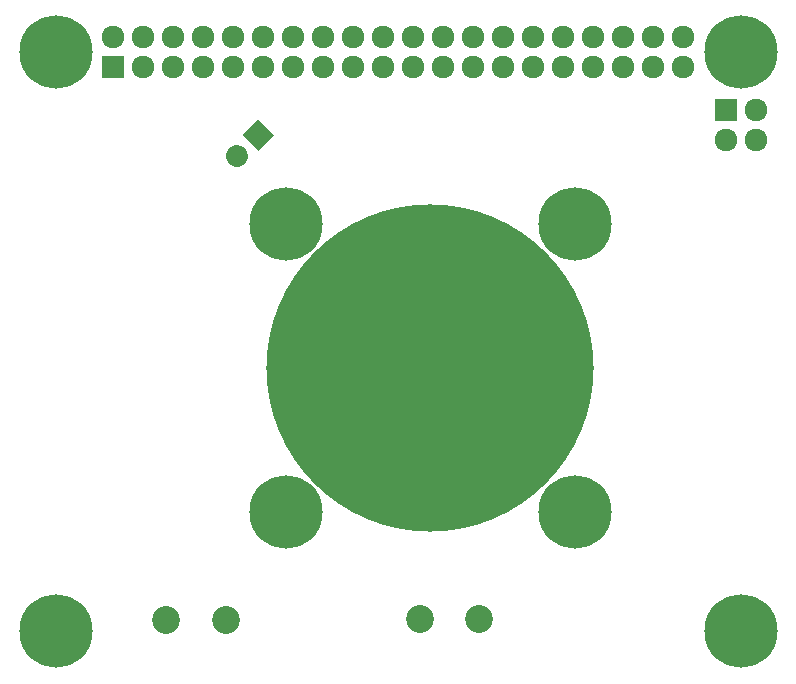
<source format=gbs>
G04 #@! TF.FileFunction,Soldermask,Bot*
%FSLAX46Y46*%
G04 Gerber Fmt 4.6, Leading zero omitted, Abs format (unit mm)*
G04 Created by KiCad (PCBNEW 4.0.7-e2-6376~58~ubuntu16.04.1) date Mon Aug  6 23:00:42 2018*
%MOMM*%
%LPD*%
G01*
G04 APERTURE LIST*
%ADD10C,0.100000*%
%ADD11C,2.359000*%
%ADD12R,1.927200X1.927200*%
%ADD13O,1.927200X1.927200*%
%ADD14C,6.200000*%
%ADD15C,27.700000*%
%ADD16C,1.900000*%
G04 APERTURE END LIST*
D10*
D11*
X50880000Y-67970000D03*
X55880000Y-67970000D03*
X29390000Y-68080000D03*
X34390000Y-68080000D03*
D12*
X24870000Y-21270000D03*
D13*
X24870000Y-18730000D03*
X27410000Y-21270000D03*
X27410000Y-18730000D03*
X29950000Y-21270000D03*
X29950000Y-18730000D03*
X32490000Y-21270000D03*
X32490000Y-18730000D03*
X35030000Y-21270000D03*
X35030000Y-18730000D03*
X37570000Y-21270000D03*
X37570000Y-18730000D03*
X40110000Y-21270000D03*
X40110000Y-18730000D03*
X42650000Y-21270000D03*
X42650000Y-18730000D03*
X45190000Y-21270000D03*
X45190000Y-18730000D03*
X47730000Y-21270000D03*
X47730000Y-18730000D03*
X50270000Y-21270000D03*
X50270000Y-18730000D03*
X52810000Y-21270000D03*
X52810000Y-18730000D03*
X55350000Y-21270000D03*
X55350000Y-18730000D03*
X57890000Y-21270000D03*
X57890000Y-18730000D03*
X60430000Y-21270000D03*
X60430000Y-18730000D03*
X62970000Y-21270000D03*
X62970000Y-18730000D03*
X65510000Y-21270000D03*
X65510000Y-18730000D03*
X68050000Y-21270000D03*
X68050000Y-18730000D03*
X70590000Y-21270000D03*
X70590000Y-18730000D03*
X73130000Y-21270000D03*
X73130000Y-18730000D03*
D14*
X20000000Y-69000000D03*
X78000000Y-69000000D03*
X78000000Y-20000000D03*
X20000000Y-20000000D03*
D15*
X51740000Y-46710000D03*
D14*
X63940000Y-58910000D03*
X39540000Y-34510000D03*
X39540000Y-58910000D03*
X63940000Y-34510000D03*
D12*
X76730000Y-24853000D03*
D13*
X79270000Y-24853000D03*
X76730000Y-27393000D03*
X79270000Y-27393000D03*
D10*
G36*
X35826497Y-26970000D02*
X37170000Y-25626497D01*
X38513503Y-26970000D01*
X37170000Y-28313503D01*
X35826497Y-26970000D01*
X35826497Y-26970000D01*
G37*
D16*
X35373949Y-28766051D02*
X35373949Y-28766051D01*
M02*

</source>
